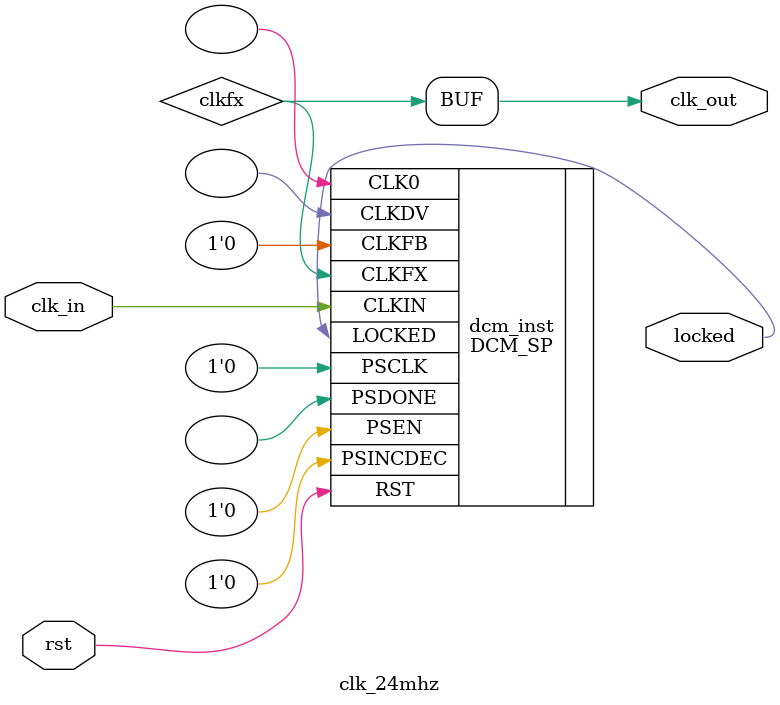
<source format=v>
`timescale 1ns / 1ps

module clk_24mhz (
    input  wire clk_in,       // 50 MHz system clock
    input  wire rst,          // Active-high reset
    output wire clk_out,      // 24 MHz output
    output wire locked        // DCM lock status
);

    wire clkfx;

    DCM_SP #(
        .CLKFX_MULTIPLY(24),
        .CLKFX_DIVIDE(50),
        .CLKIN_PERIOD(20.0), // 1 / 50MHz = 20ns
        .CLK_FEEDBACK("NONE")
    ) dcm_inst (
        .CLKIN(clk_in),
        .CLKFX(clkfx),
        .RST(rst),
        .CLKFB(1'b0),
        .CLK0(),
        .LOCKED(locked),
        .CLKDV(),
        .PSCLK(1'b0),
        .PSEN(1'b0),
        .PSINCDEC(1'b0),
        .PSDONE()
    );

    assign clk_out = clkfx;

endmodule

</source>
